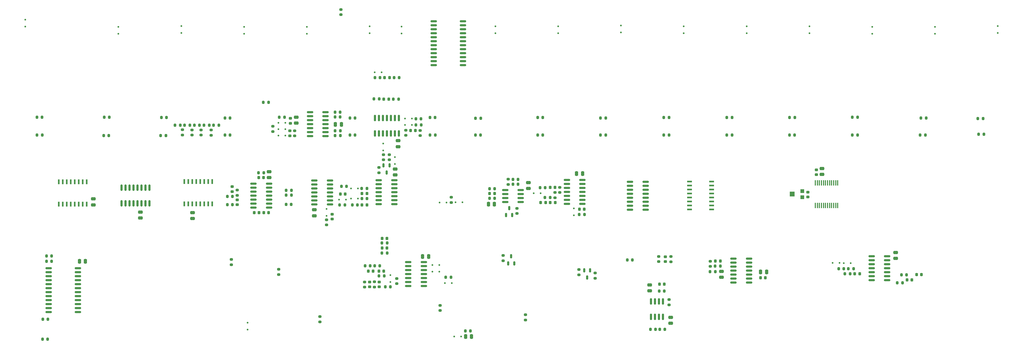
<source format=gbr>
%TF.GenerationSoftware,KiCad,Pcbnew,7.0.9*%
%TF.CreationDate,2023-12-27T10:42:18-06:00*%
%TF.ProjectId,SoundLab16StepSequencer,536f756e-644c-4616-9231-365374657053,rev?*%
%TF.SameCoordinates,Original*%
%TF.FileFunction,Paste,Top*%
%TF.FilePolarity,Positive*%
%FSLAX46Y46*%
G04 Gerber Fmt 4.6, Leading zero omitted, Abs format (unit mm)*
G04 Created by KiCad (PCBNEW 7.0.9) date 2023-12-27 10:42:18*
%MOMM*%
%LPD*%
G01*
G04 APERTURE LIST*
G04 Aperture macros list*
%AMRoundRect*
0 Rectangle with rounded corners*
0 $1 Rounding radius*
0 $2 $3 $4 $5 $6 $7 $8 $9 X,Y pos of 4 corners*
0 Add a 4 corners polygon primitive as box body*
4,1,4,$2,$3,$4,$5,$6,$7,$8,$9,$2,$3,0*
0 Add four circle primitives for the rounded corners*
1,1,$1+$1,$2,$3*
1,1,$1+$1,$4,$5*
1,1,$1+$1,$6,$7*
1,1,$1+$1,$8,$9*
0 Add four rect primitives between the rounded corners*
20,1,$1+$1,$2,$3,$4,$5,0*
20,1,$1+$1,$4,$5,$6,$7,0*
20,1,$1+$1,$6,$7,$8,$9,0*
20,1,$1+$1,$8,$9,$2,$3,0*%
G04 Aperture macros list end*
%ADD10RoundRect,0.200000X-0.200000X-0.275000X0.200000X-0.275000X0.200000X0.275000X-0.200000X0.275000X0*%
%ADD11RoundRect,0.200000X0.200000X0.275000X-0.200000X0.275000X-0.200000X-0.275000X0.200000X-0.275000X0*%
%ADD12RoundRect,0.200000X0.275000X-0.200000X0.275000X0.200000X-0.275000X0.200000X-0.275000X-0.200000X0*%
%ADD13RoundRect,0.225000X0.250000X-0.225000X0.250000X0.225000X-0.250000X0.225000X-0.250000X-0.225000X0*%
%ADD14RoundRect,0.125000X-0.125000X-0.125000X0.125000X-0.125000X0.125000X0.125000X-0.125000X0.125000X0*%
%ADD15RoundRect,0.125000X0.125000X-0.125000X0.125000X0.125000X-0.125000X0.125000X-0.125000X-0.125000X0*%
%ADD16RoundRect,0.150000X-0.150000X0.512500X-0.150000X-0.512500X0.150000X-0.512500X0.150000X0.512500X0*%
%ADD17RoundRect,0.225000X-0.250000X0.225000X-0.250000X-0.225000X0.250000X-0.225000X0.250000X0.225000X0*%
%ADD18RoundRect,0.200000X-0.275000X0.200000X-0.275000X-0.200000X0.275000X-0.200000X0.275000X0.200000X0*%
%ADD19RoundRect,0.150000X0.150000X-0.512500X0.150000X0.512500X-0.150000X0.512500X-0.150000X-0.512500X0*%
%ADD20RoundRect,0.250000X0.475000X-0.250000X0.475000X0.250000X-0.475000X0.250000X-0.475000X-0.250000X0*%
%ADD21RoundRect,0.250000X-0.250000X-0.475000X0.250000X-0.475000X0.250000X0.475000X-0.250000X0.475000X0*%
%ADD22RoundRect,0.250000X0.250000X0.475000X-0.250000X0.475000X-0.250000X-0.475000X0.250000X-0.475000X0*%
%ADD23R,0.600000X1.500000*%
%ADD24RoundRect,0.125000X0.125000X0.125000X-0.125000X0.125000X-0.125000X-0.125000X0.125000X-0.125000X0*%
%ADD25RoundRect,0.225000X0.225000X0.250000X-0.225000X0.250000X-0.225000X-0.250000X0.225000X-0.250000X0*%
%ADD26RoundRect,0.150000X-0.825000X-0.150000X0.825000X-0.150000X0.825000X0.150000X-0.825000X0.150000X0*%
%ADD27RoundRect,0.250000X-0.475000X0.250000X-0.475000X-0.250000X0.475000X-0.250000X0.475000X0.250000X0*%
%ADD28RoundRect,0.225000X-0.225000X-0.250000X0.225000X-0.250000X0.225000X0.250000X-0.225000X0.250000X0*%
%ADD29RoundRect,0.125000X-0.125000X0.125000X-0.125000X-0.125000X0.125000X-0.125000X0.125000X0.125000X0*%
%ADD30RoundRect,0.150000X-0.875000X-0.150000X0.875000X-0.150000X0.875000X0.150000X-0.875000X0.150000X0*%
%ADD31RoundRect,0.150000X0.850000X0.150000X-0.850000X0.150000X-0.850000X-0.150000X0.850000X-0.150000X0*%
%ADD32RoundRect,0.150000X0.875000X0.150000X-0.875000X0.150000X-0.875000X-0.150000X0.875000X-0.150000X0*%
%ADD33RoundRect,0.150000X-0.150000X0.825000X-0.150000X-0.825000X0.150000X-0.825000X0.150000X0.825000X0*%
%ADD34RoundRect,0.150000X0.825000X0.150000X-0.825000X0.150000X-0.825000X-0.150000X0.825000X-0.150000X0*%
%ADD35R,0.450000X1.750000*%
%ADD36R,1.500000X0.600000*%
%ADD37RoundRect,0.150000X0.150000X-0.850000X0.150000X0.850000X-0.150000X0.850000X-0.150000X-0.850000X0*%
%ADD38R,1.200000X1.200000*%
%ADD39R,1.500000X1.600000*%
G04 APERTURE END LIST*
D10*
%TO.C,R68*%
X170175000Y-125600000D03*
X171825000Y-125600000D03*
%TD*%
D11*
%TO.C,R61*%
X132050000Y-120200000D03*
X130400000Y-120200000D03*
%TD*%
D10*
%TO.C,R117*%
X230750000Y-142425000D03*
X232400000Y-142425000D03*
%TD*%
D12*
%TO.C,R118*%
X237050000Y-143950000D03*
X237050000Y-142300000D03*
%TD*%
D10*
%TO.C,R5*%
X344475000Y-172675000D03*
X346125000Y-172675000D03*
%TD*%
D13*
%TO.C,C27*%
X315975000Y-145375000D03*
X315975000Y-143825000D03*
%TD*%
D10*
%TO.C,R30*%
X73575000Y-164175000D03*
X75225000Y-164175000D03*
%TD*%
D14*
%TO.C,D50*%
X187725000Y-120400000D03*
X189925000Y-120400000D03*
%TD*%
D15*
%TO.C,D25*%
X216500000Y-93250000D03*
X216500000Y-91050000D03*
%TD*%
D16*
%TO.C,Q2*%
X246675000Y-168762500D03*
X244775000Y-168762500D03*
X245725000Y-171037500D03*
%TD*%
D11*
%TO.C,R67*%
X291850000Y-120090000D03*
X290200000Y-120090000D03*
%TD*%
D17*
%TO.C,C40*%
X318700000Y-136700000D03*
X318700000Y-138250000D03*
%TD*%
D15*
%TO.C,D22*%
X156500000Y-93350000D03*
X156500000Y-91150000D03*
%TD*%
D18*
%TO.C,R15*%
X126035000Y-124060000D03*
X126035000Y-125710000D03*
%TD*%
D19*
%TO.C,Q1*%
X219950000Y-151162500D03*
X221850000Y-151162500D03*
X220900000Y-148887500D03*
%TD*%
D10*
%TO.C,R62*%
X310175000Y-120090000D03*
X311825000Y-120090000D03*
%TD*%
D18*
%TO.C,R29*%
X145675000Y-122850000D03*
X145675000Y-124500000D03*
%TD*%
D11*
%TO.C,R120*%
X172625000Y-147950000D03*
X170975000Y-147950000D03*
%TD*%
%TO.C,R11*%
X151575000Y-144750000D03*
X149925000Y-144750000D03*
%TD*%
D20*
%TO.C,C4*%
X144500000Y-139200000D03*
X144500000Y-137300000D03*
%TD*%
D21*
%TO.C,C21*%
X214300000Y-147625000D03*
X216200000Y-147625000D03*
%TD*%
D10*
%TO.C,R79*%
X229950000Y-125600000D03*
X231600000Y-125600000D03*
%TD*%
D22*
%TO.C,C29*%
X302875000Y-169275000D03*
X300975000Y-169275000D03*
%TD*%
D10*
%TO.C,R32*%
X72400000Y-184325000D03*
X74050000Y-184325000D03*
%TD*%
D11*
%TO.C,R77*%
X211850000Y-120290000D03*
X210200000Y-120290000D03*
%TD*%
D14*
%TO.C,D54*%
X178075000Y-105625000D03*
X180275000Y-105625000D03*
%TD*%
D23*
%TO.C,U9*%
X86400000Y-140525000D03*
X85130000Y-140525000D03*
X83860000Y-140525000D03*
X82590000Y-140525000D03*
X81320000Y-140525000D03*
X80050000Y-140525000D03*
X78780000Y-140525000D03*
X77510000Y-140525000D03*
X77510000Y-147625000D03*
X78780000Y-147625000D03*
X80050000Y-147625000D03*
X81320000Y-147625000D03*
X82590000Y-147625000D03*
X83860000Y-147625000D03*
X85130000Y-147625000D03*
X86400000Y-147625000D03*
%TD*%
D13*
%TO.C,C32*%
X270625000Y-165935000D03*
X270625000Y-164385000D03*
%TD*%
D10*
%TO.C,R34*%
X72300000Y-190675000D03*
X73950000Y-190675000D03*
%TD*%
D16*
%TO.C,Q3*%
X182825000Y-135312500D03*
X180925000Y-135312500D03*
X181875000Y-137587500D03*
%TD*%
D11*
%TO.C,R13*%
X151525000Y-147700000D03*
X149875000Y-147700000D03*
%TD*%
D10*
%TO.C,R4*%
X327800000Y-169825000D03*
X329450000Y-169825000D03*
%TD*%
D11*
%TO.C,R72*%
X197325000Y-120075000D03*
X195675000Y-120075000D03*
%TD*%
%TO.C,R51*%
X371800000Y-120400000D03*
X370150000Y-120400000D03*
%TD*%
D15*
%TO.C,D32*%
X356500000Y-93350000D03*
X356500000Y-91150000D03*
%TD*%
D18*
%TO.C,R18*%
X122835000Y-124010000D03*
X122835000Y-125660000D03*
%TD*%
D14*
%TO.C,D51*%
X187745000Y-122400000D03*
X189945000Y-122400000D03*
%TD*%
D11*
%TO.C,R90*%
X182050000Y-163275000D03*
X180400000Y-163275000D03*
%TD*%
D15*
%TO.C,D28*%
X276500000Y-93250000D03*
X276500000Y-91050000D03*
%TD*%
D18*
%TO.C,R81*%
X202450000Y-145475000D03*
X202450000Y-147125000D03*
%TD*%
D10*
%TO.C,R127*%
X258500000Y-165425000D03*
X260150000Y-165425000D03*
%TD*%
D11*
%TO.C,R73*%
X197375000Y-125625000D03*
X195725000Y-125625000D03*
%TD*%
D24*
%TO.C,D49*%
X200975000Y-147150000D03*
X198775000Y-147150000D03*
%TD*%
D12*
%TO.C,R8*%
X162775000Y-154275000D03*
X162775000Y-152625000D03*
%TD*%
D11*
%TO.C,R24*%
X149350000Y-119975000D03*
X147700000Y-119975000D03*
%TD*%
D25*
%TO.C,C43*%
X177600000Y-168975000D03*
X176050000Y-168975000D03*
%TD*%
D14*
%TO.C,D35*%
X323925000Y-166400000D03*
X326125000Y-166400000D03*
%TD*%
D26*
%TO.C,U16*%
X239300000Y-139990000D03*
X239300000Y-141260000D03*
X239300000Y-142530000D03*
X239300000Y-143800000D03*
X239300000Y-145070000D03*
X239300000Y-146340000D03*
X239300000Y-147610000D03*
X244250000Y-147610000D03*
X244250000Y-146340000D03*
X244250000Y-145070000D03*
X244250000Y-143800000D03*
X244250000Y-142530000D03*
X244250000Y-141260000D03*
X244250000Y-139990000D03*
%TD*%
D11*
%TO.C,R108*%
X233950000Y-145570000D03*
X232300000Y-145570000D03*
%TD*%
D15*
%TO.C,D58*%
X241475000Y-151250000D03*
X241475000Y-149050000D03*
%TD*%
D10*
%TO.C,R116*%
X214650000Y-142725000D03*
X216300000Y-142725000D03*
%TD*%
D23*
%TO.C,U6*%
X126375000Y-140475000D03*
X125105000Y-140475000D03*
X123835000Y-140475000D03*
X122565000Y-140475000D03*
X121295000Y-140475000D03*
X120025000Y-140475000D03*
X118755000Y-140475000D03*
X117485000Y-140475000D03*
X117485000Y-147575000D03*
X118755000Y-147575000D03*
X120025000Y-147575000D03*
X121295000Y-147575000D03*
X122565000Y-147575000D03*
X123835000Y-147575000D03*
X125105000Y-147575000D03*
X126375000Y-147575000D03*
%TD*%
D20*
%TO.C,C1*%
X343950000Y-164950000D03*
X343950000Y-163050000D03*
%TD*%
D12*
%TO.C,R121*%
X248275000Y-171250000D03*
X248275000Y-169600000D03*
%TD*%
D13*
%TO.C,C22*%
X134310000Y-147850000D03*
X134310000Y-146300000D03*
%TD*%
D11*
%TO.C,R58*%
X331825000Y-125600000D03*
X330175000Y-125600000D03*
%TD*%
D27*
%TO.C,C34*%
X272325000Y-183725000D03*
X272325000Y-185625000D03*
%TD*%
D11*
%TO.C,R98*%
X202375000Y-170975000D03*
X200725000Y-170975000D03*
%TD*%
D28*
%TO.C,C66*%
X233950000Y-142355000D03*
X235500000Y-142355000D03*
%TD*%
D11*
%TO.C,R36*%
X167150000Y-124275000D03*
X165500000Y-124275000D03*
%TD*%
D10*
%TO.C,R33*%
X206950000Y-188000000D03*
X208600000Y-188000000D03*
%TD*%
%TO.C,R52*%
X91950000Y-120000000D03*
X93600000Y-120000000D03*
%TD*%
D21*
%TO.C,C3*%
X84100000Y-165825000D03*
X86000000Y-165825000D03*
%TD*%
D26*
%TO.C,U15*%
X188800000Y-166150000D03*
X188800000Y-167420000D03*
X188800000Y-168690000D03*
X188800000Y-169960000D03*
X188800000Y-171230000D03*
X188800000Y-172500000D03*
X188800000Y-173770000D03*
X193750000Y-173770000D03*
X193750000Y-172500000D03*
X193750000Y-171230000D03*
X193750000Y-169960000D03*
X193750000Y-168690000D03*
X193750000Y-167420000D03*
X193750000Y-166150000D03*
%TD*%
D20*
%TO.C,C17*%
X88525000Y-147875000D03*
X88525000Y-145975000D03*
%TD*%
D15*
%TO.C,D33*%
X376500000Y-93100000D03*
X376500000Y-90900000D03*
%TD*%
D14*
%TO.C,D48*%
X203825000Y-147025000D03*
X206025000Y-147025000D03*
%TD*%
D12*
%TO.C,R82*%
X198900000Y-181550000D03*
X198900000Y-179900000D03*
%TD*%
D26*
%TO.C,U1*%
X336300000Y-164265000D03*
X336300000Y-165535000D03*
X336300000Y-166805000D03*
X336300000Y-168075000D03*
X336300000Y-169345000D03*
X336300000Y-170615000D03*
X336300000Y-171885000D03*
X341250000Y-171885000D03*
X341250000Y-170615000D03*
X341250000Y-169345000D03*
X341250000Y-168075000D03*
X341250000Y-166805000D03*
X341250000Y-165535000D03*
X341250000Y-164265000D03*
%TD*%
D25*
%TO.C,C14*%
X141250000Y-150400000D03*
X139700000Y-150400000D03*
%TD*%
D14*
%TO.C,D34*%
X327450000Y-166425000D03*
X329650000Y-166425000D03*
%TD*%
D28*
%TO.C,C68*%
X174050000Y-147950000D03*
X175600000Y-147950000D03*
%TD*%
D13*
%TO.C,C41*%
X179550000Y-173975000D03*
X179550000Y-172425000D03*
%TD*%
D26*
%TO.C,U11*%
X292325000Y-165015000D03*
X292325000Y-166285000D03*
X292325000Y-167555000D03*
X292325000Y-168825000D03*
X292325000Y-170095000D03*
X292325000Y-171365000D03*
X292325000Y-172635000D03*
X297275000Y-172635000D03*
X297275000Y-171365000D03*
X297275000Y-170095000D03*
X297275000Y-168825000D03*
X297275000Y-167555000D03*
X297275000Y-166285000D03*
X297275000Y-165015000D03*
%TD*%
D10*
%TO.C,R38*%
X165475000Y-118325000D03*
X167125000Y-118325000D03*
%TD*%
%TO.C,R65*%
X149925000Y-143225000D03*
X151575000Y-143225000D03*
%TD*%
D15*
%TO.C,D23*%
X176500000Y-93200000D03*
X176500000Y-91000000D03*
%TD*%
D10*
%TO.C,R9*%
X173975000Y-142700000D03*
X175625000Y-142700000D03*
%TD*%
D14*
%TO.C,D43*%
X147475000Y-123775000D03*
X149675000Y-123775000D03*
%TD*%
D10*
%TO.C,R97*%
X178150000Y-107375000D03*
X179800000Y-107375000D03*
%TD*%
D28*
%TO.C,C33*%
X300900000Y-171100000D03*
X302450000Y-171100000D03*
%TD*%
D29*
%TO.C,D53*%
X183100000Y-170225000D03*
X183100000Y-172425000D03*
%TD*%
D10*
%TO.C,R91*%
X179475000Y-170550000D03*
X181125000Y-170550000D03*
%TD*%
D30*
%TO.C,U2*%
X83600000Y-168040000D03*
X83600000Y-169310000D03*
X83600000Y-170580000D03*
X83600000Y-171850000D03*
X83600000Y-173120000D03*
X83600000Y-174390000D03*
X83600000Y-175660000D03*
X83600000Y-176930000D03*
X83600000Y-178200000D03*
X83600000Y-179470000D03*
X83600000Y-180740000D03*
X83600000Y-182010000D03*
X74300000Y-182010000D03*
X74300000Y-180740000D03*
X74300000Y-179470000D03*
X74300000Y-178200000D03*
X74300000Y-176930000D03*
X74300000Y-175660000D03*
X74300000Y-174390000D03*
X74300000Y-173120000D03*
X74300000Y-171850000D03*
X74300000Y-170580000D03*
X74300000Y-169310000D03*
X74300000Y-168040000D03*
%TD*%
D14*
%TO.C,D40*%
X147475000Y-125775000D03*
X149675000Y-125775000D03*
%TD*%
D28*
%TO.C,C44*%
X189525000Y-124165000D03*
X191075000Y-124165000D03*
%TD*%
D15*
%TO.C,D20*%
X116500000Y-93100000D03*
X116500000Y-90900000D03*
%TD*%
D11*
%TO.C,R53*%
X93450000Y-125800000D03*
X91800000Y-125800000D03*
%TD*%
%TO.C,R96*%
X185670000Y-114170000D03*
X184020000Y-114170000D03*
%TD*%
%TO.C,R83*%
X179725000Y-167300000D03*
X178075000Y-167300000D03*
%TD*%
D12*
%TO.C,R125*%
X180850000Y-133525000D03*
X180850000Y-131875000D03*
%TD*%
D25*
%TO.C,C9*%
X352150000Y-170125000D03*
X350600000Y-170125000D03*
%TD*%
D10*
%TO.C,R64*%
X142625000Y-115250000D03*
X144275000Y-115250000D03*
%TD*%
%TO.C,R114*%
X222075000Y-141300000D03*
X223725000Y-141300000D03*
%TD*%
%TO.C,R87*%
X175025000Y-167300000D03*
X176675000Y-167300000D03*
%TD*%
D12*
%TO.C,R88*%
X187995000Y-125750000D03*
X187995000Y-124100000D03*
%TD*%
D15*
%TO.C,D30*%
X316500000Y-93250000D03*
X316500000Y-91050000D03*
%TD*%
D10*
%TO.C,R40*%
X268675000Y-175300000D03*
X270325000Y-175300000D03*
%TD*%
D15*
%TO.C,D27*%
X256500000Y-93000000D03*
X256500000Y-90800000D03*
%TD*%
D10*
%TO.C,R20*%
X131160000Y-147830000D03*
X132810000Y-147830000D03*
%TD*%
D24*
%TO.C,D60*%
X230900000Y-144225000D03*
X228700000Y-144225000D03*
%TD*%
D11*
%TO.C,R28*%
X142750000Y-137630000D03*
X141100000Y-137630000D03*
%TD*%
D28*
%TO.C,C11*%
X174050000Y-144300000D03*
X175600000Y-144300000D03*
%TD*%
D11*
%TO.C,R59*%
X331825000Y-120000000D03*
X330175000Y-120000000D03*
%TD*%
D12*
%TO.C,R104*%
X147550000Y-170050000D03*
X147550000Y-168400000D03*
%TD*%
D17*
%TO.C,C10*%
X164575000Y-150850000D03*
X164575000Y-152400000D03*
%TD*%
D25*
%TO.C,C46*%
X182000000Y-161625000D03*
X180450000Y-161625000D03*
%TD*%
D11*
%TO.C,R50*%
X372025000Y-125400000D03*
X370375000Y-125400000D03*
%TD*%
D17*
%TO.C,C25*%
X151275000Y-120325000D03*
X151275000Y-121875000D03*
%TD*%
D10*
%TO.C,R16*%
X166950000Y-147875000D03*
X168600000Y-147875000D03*
%TD*%
D27*
%TO.C,C15*%
X103525000Y-150175000D03*
X103525000Y-152075000D03*
%TD*%
D26*
%TO.C,U7*%
X157500000Y-118365000D03*
X157500000Y-119635000D03*
X157500000Y-120905000D03*
X157500000Y-122175000D03*
X157500000Y-123445000D03*
X157500000Y-124715000D03*
X157500000Y-125985000D03*
X162450000Y-125985000D03*
X162450000Y-124715000D03*
X162450000Y-123445000D03*
X162450000Y-122175000D03*
X162450000Y-120905000D03*
X162450000Y-119635000D03*
X162450000Y-118365000D03*
%TD*%
D15*
%TO.C,D24*%
X186600000Y-93300000D03*
X186600000Y-91100000D03*
%TD*%
D10*
%TO.C,R22*%
X117575000Y-122495000D03*
X119225000Y-122495000D03*
%TD*%
D25*
%TO.C,C8*%
X347575000Y-171825000D03*
X349125000Y-171825000D03*
%TD*%
D28*
%TO.C,C30*%
X268775000Y-173175000D03*
X270325000Y-173175000D03*
%TD*%
D27*
%TO.C,C54*%
X185575000Y-127450000D03*
X185575000Y-129350000D03*
%TD*%
D26*
%TO.C,U18*%
X219625000Y-143145000D03*
X219625000Y-144415000D03*
X219625000Y-145685000D03*
X219625000Y-146955000D03*
X224575000Y-146955000D03*
X224575000Y-145685000D03*
X224575000Y-144415000D03*
X224575000Y-143145000D03*
%TD*%
D14*
%TO.C,D55*%
X196425000Y-167075000D03*
X198625000Y-167075000D03*
%TD*%
D10*
%TO.C,R70*%
X270150000Y-120090000D03*
X271800000Y-120090000D03*
%TD*%
D31*
%TO.C,U19*%
X264350000Y-149420000D03*
X264350000Y-148150000D03*
X264350000Y-146880000D03*
X264350000Y-145610000D03*
X264350000Y-144340000D03*
X264350000Y-143070000D03*
X264350000Y-141800000D03*
X264350000Y-140530000D03*
X259350000Y-140530000D03*
X259350000Y-141800000D03*
X259350000Y-143070000D03*
X259350000Y-144340000D03*
X259350000Y-145610000D03*
X259350000Y-146880000D03*
X259350000Y-148150000D03*
X259350000Y-149420000D03*
%TD*%
D28*
%TO.C,C12*%
X142775000Y-150400000D03*
X144325000Y-150400000D03*
%TD*%
D24*
%TO.C,D52*%
X202650000Y-172825000D03*
X200450000Y-172825000D03*
%TD*%
D10*
%TO.C,R78*%
X229950000Y-120090000D03*
X231600000Y-120090000D03*
%TD*%
D18*
%TO.C,R123*%
X226100000Y-182900000D03*
X226100000Y-184550000D03*
%TD*%
D11*
%TO.C,R2*%
X327450000Y-168225000D03*
X325800000Y-168225000D03*
%TD*%
D10*
%TO.C,R71*%
X270150000Y-125600000D03*
X271800000Y-125600000D03*
%TD*%
D11*
%TO.C,R111*%
X216300000Y-145825000D03*
X214650000Y-145825000D03*
%TD*%
D10*
%TO.C,R6*%
X345800000Y-170150000D03*
X347450000Y-170150000D03*
%TD*%
D15*
%TO.C,D21*%
X136500000Y-93350000D03*
X136500000Y-91150000D03*
%TD*%
D12*
%TO.C,R10*%
X134325000Y-144825000D03*
X134325000Y-143175000D03*
%TD*%
%TO.C,R84*%
X192585000Y-125825000D03*
X192585000Y-124175000D03*
%TD*%
D15*
%TO.C,D19*%
X96500000Y-93350000D03*
X96500000Y-91150000D03*
%TD*%
D32*
%TO.C,U12*%
X206200000Y-103400000D03*
X206200000Y-102130000D03*
X206200000Y-100860000D03*
X206200000Y-99590000D03*
X206200000Y-98320000D03*
X206200000Y-97050000D03*
X206200000Y-95780000D03*
X206200000Y-94510000D03*
X206200000Y-93240000D03*
X206200000Y-91970000D03*
X206200000Y-90700000D03*
X206200000Y-89430000D03*
X196900000Y-89430000D03*
X196900000Y-90700000D03*
X196900000Y-91970000D03*
X196900000Y-93240000D03*
X196900000Y-94510000D03*
X196900000Y-95780000D03*
X196900000Y-97050000D03*
X196900000Y-98320000D03*
X196900000Y-99590000D03*
X196900000Y-100860000D03*
X196900000Y-102130000D03*
X196900000Y-103400000D03*
%TD*%
D11*
%TO.C,R12*%
X169150000Y-141950000D03*
X167500000Y-141950000D03*
%TD*%
D10*
%TO.C,R113*%
X222075000Y-139750000D03*
X223725000Y-139750000D03*
%TD*%
%TO.C,R26*%
X131175000Y-145200000D03*
X132825000Y-145200000D03*
%TD*%
D11*
%TO.C,R74*%
X251650000Y-125600000D03*
X250000000Y-125600000D03*
%TD*%
%TO.C,R45*%
X267500000Y-187550000D03*
X265850000Y-187550000D03*
%TD*%
D27*
%TO.C,C28*%
X288500000Y-169050000D03*
X288500000Y-170950000D03*
%TD*%
D10*
%TO.C,R37*%
X165475000Y-119875000D03*
X167125000Y-119875000D03*
%TD*%
D20*
%TO.C,C20*%
X227025000Y-142700000D03*
X227025000Y-140800000D03*
%TD*%
D12*
%TO.C,R27*%
X152625000Y-125925000D03*
X152625000Y-124275000D03*
%TD*%
D25*
%TO.C,C7*%
X332500000Y-169825000D03*
X330950000Y-169825000D03*
%TD*%
D11*
%TO.C,R69*%
X171825000Y-120200000D03*
X170175000Y-120200000D03*
%TD*%
D14*
%TO.C,D56*%
X196450000Y-169125000D03*
X198650000Y-169125000D03*
%TD*%
D10*
%TO.C,R76*%
X210175000Y-125600000D03*
X211825000Y-125600000D03*
%TD*%
D19*
%TO.C,Q4*%
X220600000Y-166537500D03*
X222500000Y-166537500D03*
X221550000Y-164262500D03*
%TD*%
D10*
%TO.C,R3*%
X328900000Y-168225000D03*
X330550000Y-168225000D03*
%TD*%
D11*
%TO.C,R93*%
X192870000Y-122400000D03*
X191220000Y-122400000D03*
%TD*%
D10*
%TO.C,R31*%
X73600000Y-165825000D03*
X75250000Y-165825000D03*
%TD*%
D28*
%TO.C,C47*%
X179450000Y-168950000D03*
X181000000Y-168950000D03*
%TD*%
D10*
%TO.C,R99*%
X181450000Y-174025000D03*
X183100000Y-174025000D03*
%TD*%
D17*
%TO.C,C24*%
X151075000Y-124325000D03*
X151075000Y-125875000D03*
%TD*%
D21*
%TO.C,C51*%
X193350000Y-164350000D03*
X195250000Y-164350000D03*
%TD*%
D10*
%TO.C,R119*%
X243225000Y-150950000D03*
X244875000Y-150950000D03*
%TD*%
D25*
%TO.C,C65*%
X216250000Y-144275000D03*
X214700000Y-144275000D03*
%TD*%
D12*
%TO.C,R1*%
X167350000Y-87300000D03*
X167350000Y-85650000D03*
%TD*%
D10*
%TO.C,R57*%
X109950000Y-125800000D03*
X111600000Y-125800000D03*
%TD*%
%TO.C,R19*%
X120675000Y-122500000D03*
X122325000Y-122500000D03*
%TD*%
D15*
%TO.C,D63*%
X180800000Y-130550000D03*
X180800000Y-128350000D03*
%TD*%
D18*
%TO.C,R122*%
X243150000Y-168500000D03*
X243150000Y-170150000D03*
%TD*%
D14*
%TO.C,D38*%
X170525000Y-142650000D03*
X172725000Y-142650000D03*
%TD*%
D18*
%TO.C,R107*%
X132450000Y-165300000D03*
X132450000Y-166950000D03*
%TD*%
D33*
%TO.C,U14*%
X185760000Y-120225000D03*
X184490000Y-120225000D03*
X183220000Y-120225000D03*
X181950000Y-120225000D03*
X180680000Y-120225000D03*
X179410000Y-120225000D03*
X178140000Y-120225000D03*
X178140000Y-125175000D03*
X179410000Y-125175000D03*
X180680000Y-125175000D03*
X181950000Y-125175000D03*
X183220000Y-125175000D03*
X184490000Y-125175000D03*
X185760000Y-125175000D03*
%TD*%
D10*
%TO.C,R14*%
X126800000Y-122500000D03*
X128450000Y-122500000D03*
%TD*%
D12*
%TO.C,R44*%
X268500000Y-165950000D03*
X268500000Y-164300000D03*
%TD*%
D10*
%TO.C,R49*%
X70575000Y-125600000D03*
X72225000Y-125600000D03*
%TD*%
D11*
%TO.C,R47*%
X270500000Y-187550000D03*
X268850000Y-187550000D03*
%TD*%
D12*
%TO.C,R115*%
X220600000Y-141350000D03*
X220600000Y-139700000D03*
%TD*%
D24*
%TO.C,D36*%
X172725000Y-145900000D03*
X170525000Y-145900000D03*
%TD*%
D18*
%TO.C,R46*%
X272450000Y-164350000D03*
X272450000Y-166000000D03*
%TD*%
D34*
%TO.C,U5*%
X163825000Y-147760000D03*
X163825000Y-146490000D03*
X163825000Y-145220000D03*
X163825000Y-143950000D03*
X163825000Y-142680000D03*
X163825000Y-141410000D03*
X163825000Y-140140000D03*
X158875000Y-140140000D03*
X158875000Y-141410000D03*
X158875000Y-142680000D03*
X158875000Y-143950000D03*
X158875000Y-145220000D03*
X158875000Y-146490000D03*
X158875000Y-147760000D03*
%TD*%
D10*
%TO.C,R35*%
X165500000Y-125825000D03*
X167150000Y-125825000D03*
%TD*%
D25*
%TO.C,C57*%
X232500000Y-147120000D03*
X230950000Y-147120000D03*
%TD*%
D10*
%TO.C,R95*%
X184270000Y-107355000D03*
X185920000Y-107355000D03*
%TD*%
D24*
%TO.C,D42*%
X205600000Y-189800000D03*
X203400000Y-189800000D03*
%TD*%
D10*
%TO.C,R48*%
X70550000Y-120000000D03*
X72200000Y-120000000D03*
%TD*%
D18*
%TO.C,R21*%
X119935000Y-124010000D03*
X119935000Y-125660000D03*
%TD*%
D25*
%TO.C,C58*%
X235550000Y-147120000D03*
X234000000Y-147120000D03*
%TD*%
D10*
%TO.C,R56*%
X110150000Y-120090000D03*
X111800000Y-120090000D03*
%TD*%
D18*
%TO.C,R110*%
X235480000Y-143970000D03*
X235480000Y-145620000D03*
%TD*%
D10*
%TO.C,R7*%
X174000000Y-145900000D03*
X175650000Y-145900000D03*
%TD*%
D11*
%TO.C,R92*%
X192845000Y-120450000D03*
X191195000Y-120450000D03*
%TD*%
%TO.C,R41*%
X286510000Y-169125000D03*
X284860000Y-169125000D03*
%TD*%
D25*
%TO.C,C42*%
X182020000Y-158565000D03*
X180470000Y-158565000D03*
%TD*%
D12*
%TO.C,R23*%
X116885000Y-125610000D03*
X116885000Y-123960000D03*
%TD*%
D10*
%TO.C,R63*%
X310150000Y-125600000D03*
X311800000Y-125600000D03*
%TD*%
D12*
%TO.C,R105*%
X160650000Y-185150000D03*
X160650000Y-183500000D03*
%TD*%
D10*
%TO.C,R86*%
X180400000Y-160025000D03*
X182050000Y-160025000D03*
%TD*%
D26*
%TO.C,U3*%
X139500000Y-141115000D03*
X139500000Y-142385000D03*
X139500000Y-143655000D03*
X139500000Y-144925000D03*
X139500000Y-146195000D03*
X139500000Y-147465000D03*
X139500000Y-148735000D03*
X144450000Y-148735000D03*
X144450000Y-147465000D03*
X144450000Y-146195000D03*
X144450000Y-144925000D03*
X144450000Y-143655000D03*
X144450000Y-142385000D03*
X144450000Y-141115000D03*
%TD*%
D27*
%TO.C,C36*%
X320475000Y-136275000D03*
X320475000Y-138175000D03*
%TD*%
%TO.C,C5*%
X120100000Y-150325000D03*
X120100000Y-152225000D03*
%TD*%
D26*
%TO.C,U4*%
X179375000Y-140015000D03*
X179375000Y-141285000D03*
X179375000Y-142555000D03*
X179375000Y-143825000D03*
X179375000Y-145095000D03*
X179375000Y-146365000D03*
X179375000Y-147635000D03*
X184325000Y-147635000D03*
X184325000Y-146365000D03*
X184325000Y-145095000D03*
X184325000Y-143825000D03*
X184325000Y-142555000D03*
X184325000Y-141285000D03*
X184325000Y-140015000D03*
%TD*%
D11*
%TO.C,R55*%
X353400000Y-125600000D03*
X351750000Y-125600000D03*
%TD*%
%TO.C,R43*%
X288150000Y-167375000D03*
X286500000Y-167375000D03*
%TD*%
D28*
%TO.C,C23*%
X141150000Y-139180000D03*
X142700000Y-139180000D03*
%TD*%
D10*
%TO.C,R17*%
X123740000Y-122520000D03*
X125390000Y-122520000D03*
%TD*%
D28*
%TO.C,C31*%
X286575000Y-165775000D03*
X288125000Y-165775000D03*
%TD*%
%TO.C,C48*%
X180995000Y-114170000D03*
X182545000Y-114170000D03*
%TD*%
D35*
%TO.C,U13*%
X318375000Y-148075000D03*
X319025000Y-148075000D03*
X319675000Y-148075000D03*
X320325000Y-148075000D03*
X320975000Y-148075000D03*
X321625000Y-148075000D03*
X322275000Y-148075000D03*
X322925000Y-148075000D03*
X323575000Y-148075000D03*
X324225000Y-148075000D03*
X324875000Y-148075000D03*
X325525000Y-148075000D03*
X325525000Y-140875000D03*
X324875000Y-140875000D03*
X324225000Y-140875000D03*
X323575000Y-140875000D03*
X322925000Y-140875000D03*
X322275000Y-140875000D03*
X321625000Y-140875000D03*
X320975000Y-140875000D03*
X320325000Y-140875000D03*
X319675000Y-140875000D03*
X319025000Y-140875000D03*
X318375000Y-140875000D03*
%TD*%
D20*
%TO.C,C2*%
X153075000Y-121850000D03*
X153075000Y-119950000D03*
%TD*%
D22*
%TO.C,C26*%
X208925000Y-189800000D03*
X207025000Y-189800000D03*
%TD*%
D11*
%TO.C,R54*%
X353650000Y-120200000D03*
X352000000Y-120200000D03*
%TD*%
D15*
%TO.C,D29*%
X296500000Y-93250000D03*
X296500000Y-91050000D03*
%TD*%
D29*
%TO.C,D1*%
X137600000Y-185400000D03*
X137600000Y-187600000D03*
%TD*%
D15*
%TO.C,D31*%
X336500000Y-93350000D03*
X336500000Y-91150000D03*
%TD*%
D27*
%TO.C,C6*%
X158850000Y-149475000D03*
X158850000Y-151375000D03*
%TD*%
D25*
%TO.C,C19*%
X168725000Y-144450000D03*
X167175000Y-144450000D03*
%TD*%
D22*
%TO.C,C52*%
X244275000Y-137910000D03*
X242375000Y-137910000D03*
%TD*%
D15*
%TO.C,D26*%
X236500000Y-93250000D03*
X236500000Y-91050000D03*
%TD*%
D18*
%TO.C,R85*%
X178000000Y-172400000D03*
X178000000Y-174050000D03*
%TD*%
D27*
%TO.C,C35*%
X265600000Y-173375000D03*
X265600000Y-175275000D03*
%TD*%
D14*
%TO.C,D41*%
X147465000Y-121755000D03*
X149665000Y-121755000D03*
%TD*%
D12*
%TO.C,R39*%
X284950000Y-167500000D03*
X284950000Y-165850000D03*
%TD*%
D10*
%TO.C,R60*%
X130400000Y-125600000D03*
X132050000Y-125600000D03*
%TD*%
D20*
%TO.C,C38*%
X184575000Y-138375000D03*
X184575000Y-136475000D03*
%TD*%
D12*
%TO.C,R124*%
X179425000Y-137625000D03*
X179425000Y-135975000D03*
%TD*%
D18*
%TO.C,R128*%
X219000000Y-164000000D03*
X219000000Y-165650000D03*
%TD*%
D29*
%TO.C,D37*%
X162775000Y-149175000D03*
X162775000Y-151375000D03*
%TD*%
D13*
%TO.C,C13*%
X132750000Y-143650000D03*
X132750000Y-142100000D03*
%TD*%
D25*
%TO.C,C49*%
X182800000Y-107375000D03*
X181250000Y-107375000D03*
%TD*%
D13*
%TO.C,C45*%
X176450000Y-174000000D03*
X176450000Y-172450000D03*
%TD*%
D12*
%TO.C,R112*%
X223425000Y-150637500D03*
X223425000Y-148987500D03*
%TD*%
%TO.C,R80*%
X174850000Y-174075000D03*
X174850000Y-172425000D03*
%TD*%
D22*
%TO.C,C39*%
X167500000Y-122250000D03*
X165600000Y-122250000D03*
%TD*%
D36*
%TO.C,U17*%
X285400000Y-149315000D03*
X285400000Y-148045000D03*
X285400000Y-146775000D03*
X285400000Y-145505000D03*
X285400000Y-144235000D03*
X285400000Y-142965000D03*
X285400000Y-141695000D03*
X285400000Y-140425000D03*
X278300000Y-140425000D03*
X278300000Y-141695000D03*
X278300000Y-142965000D03*
X278300000Y-144235000D03*
X278300000Y-145505000D03*
X278300000Y-146775000D03*
X278300000Y-148045000D03*
X278300000Y-149315000D03*
%TD*%
D11*
%TO.C,R66*%
X291850000Y-125600000D03*
X290200000Y-125600000D03*
%TD*%
D14*
%TO.C,D39*%
X166725000Y-146175000D03*
X168925000Y-146175000D03*
%TD*%
D37*
%TO.C,U8*%
X97505000Y-147425000D03*
X98775000Y-147425000D03*
X100045000Y-147425000D03*
X101315000Y-147425000D03*
X102585000Y-147425000D03*
X103855000Y-147425000D03*
X105125000Y-147425000D03*
X106395000Y-147425000D03*
X106395000Y-142425000D03*
X105125000Y-142425000D03*
X103855000Y-142425000D03*
X102585000Y-142425000D03*
X101315000Y-142425000D03*
X100045000Y-142425000D03*
X98775000Y-142425000D03*
X97505000Y-142425000D03*
%TD*%
D15*
%TO.C,D18*%
X66800000Y-91100000D03*
X66800000Y-88900000D03*
%TD*%
D33*
%TO.C,U10*%
X269905000Y-178625000D03*
X268635000Y-178625000D03*
X267365000Y-178625000D03*
X266095000Y-178625000D03*
X266095000Y-183575000D03*
X267365000Y-183575000D03*
X268635000Y-183575000D03*
X269905000Y-183575000D03*
%TD*%
D38*
%TO.C,RV1*%
X314250000Y-145475000D03*
D39*
X311000000Y-144475000D03*
D38*
X314250000Y-143475000D03*
%TD*%
D12*
%TO.C,R126*%
X182750000Y-133525000D03*
X182750000Y-131875000D03*
%TD*%
D15*
%TO.C,D62*%
X184550000Y-134900000D03*
X184550000Y-132700000D03*
%TD*%
D25*
%TO.C,C67*%
X244825000Y-149300000D03*
X243275000Y-149300000D03*
%TD*%
D12*
%TO.C,R42*%
X271825000Y-179725000D03*
X271825000Y-178075000D03*
%TD*%
D10*
%TO.C,R25*%
X114535000Y-122510000D03*
X116185000Y-122510000D03*
%TD*%
D11*
%TO.C,R94*%
X179525000Y-114150000D03*
X177875000Y-114150000D03*
%TD*%
%TO.C,R75*%
X251650000Y-120200000D03*
X250000000Y-120200000D03*
%TD*%
D12*
%TO.C,R89*%
X185075000Y-171325000D03*
X185075000Y-172975000D03*
%TD*%
M02*

</source>
